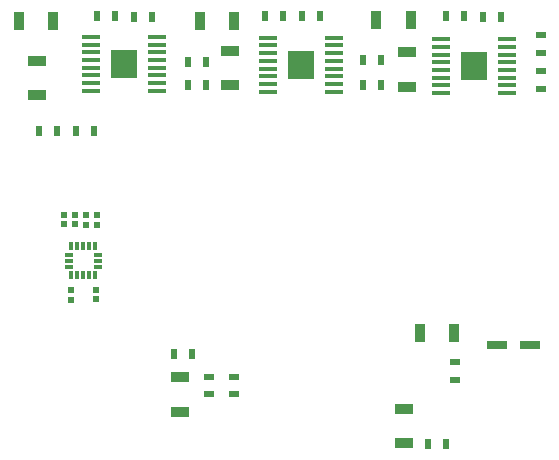
<source format=gtp>
G04 Layer_Color=8421504*
%FSLAX25Y25*%
%MOIN*%
G70*
G01*
G75*
%ADD10R,0.07087X0.02559*%
%ADD11R,0.02362X0.03543*%
%ADD12R,0.03543X0.02362*%
%ADD13R,0.06299X0.03543*%
%ADD14R,0.03543X0.06299*%
%ADD15R,0.06299X0.01378*%
%ADD16R,0.09094X0.09685*%
%ADD17R,0.02047X0.02205*%
%ADD18R,0.01181X0.03150*%
%ADD19R,0.03150X0.01181*%
%ADD20R,0.01968X0.02165*%
D10*
X274606Y375984D02*
D03*
X263583D02*
D03*
D11*
X246555Y343209D02*
D03*
X240650D02*
D03*
X219185Y471126D02*
D03*
X225091D02*
D03*
X225090Y462661D02*
D03*
X219185D02*
D03*
X160720Y470437D02*
D03*
X166626D02*
D03*
X166626Y462760D02*
D03*
X160721D02*
D03*
X258949Y485594D02*
D03*
X264854D02*
D03*
X198713Y485693D02*
D03*
X204618D02*
D03*
X142807Y485594D02*
D03*
X148713D02*
D03*
X123504Y447494D02*
D03*
X129410D02*
D03*
X117000D02*
D03*
X111095D02*
D03*
X252748Y485693D02*
D03*
X246843D02*
D03*
X192309D02*
D03*
X186403D02*
D03*
X136311D02*
D03*
X130406D02*
D03*
X162008Y373228D02*
D03*
X156103D02*
D03*
D12*
X278240Y473390D02*
D03*
Y479295D02*
D03*
X278240Y467287D02*
D03*
Y461382D02*
D03*
X167618Y365551D02*
D03*
Y359646D02*
D03*
X249705Y364567D02*
D03*
Y370472D02*
D03*
X176181Y365551D02*
D03*
Y359646D02*
D03*
D13*
X232579Y343307D02*
D03*
Y354724D02*
D03*
X158071Y365354D02*
D03*
Y353937D02*
D03*
X233555Y473685D02*
D03*
Y462268D02*
D03*
X174795Y462760D02*
D03*
Y474177D02*
D03*
X110425Y459413D02*
D03*
Y470831D02*
D03*
D14*
X249508Y380020D02*
D03*
X238091D02*
D03*
X223516Y484413D02*
D03*
X234933D02*
D03*
X176173Y484118D02*
D03*
X164756D02*
D03*
X104232Y484055D02*
D03*
X115650D02*
D03*
D15*
X267118Y460102D02*
D03*
Y462661D02*
D03*
Y465220D02*
D03*
Y467779D02*
D03*
Y470339D02*
D03*
Y472898D02*
D03*
Y475457D02*
D03*
Y478016D02*
D03*
X245071Y460102D02*
D03*
Y462661D02*
D03*
Y465220D02*
D03*
Y467779D02*
D03*
Y470339D02*
D03*
Y472898D02*
D03*
Y475457D02*
D03*
Y478016D02*
D03*
X187295Y478508D02*
D03*
Y475949D02*
D03*
Y473390D02*
D03*
Y470831D02*
D03*
Y468272D02*
D03*
Y465713D02*
D03*
Y463154D02*
D03*
Y460595D02*
D03*
X209343Y478508D02*
D03*
Y475949D02*
D03*
Y473390D02*
D03*
Y470831D02*
D03*
Y468272D02*
D03*
Y465713D02*
D03*
Y463154D02*
D03*
Y460595D02*
D03*
X150287Y460890D02*
D03*
Y463449D02*
D03*
Y466008D02*
D03*
Y468567D02*
D03*
Y471126D02*
D03*
Y473685D02*
D03*
Y476244D02*
D03*
Y478803D02*
D03*
X128240Y460890D02*
D03*
Y463449D02*
D03*
Y466008D02*
D03*
Y468567D02*
D03*
Y471126D02*
D03*
Y473685D02*
D03*
Y476244D02*
D03*
Y478803D02*
D03*
D16*
X256095Y469059D02*
D03*
X198319Y469551D02*
D03*
X139264Y469846D02*
D03*
D17*
X130307Y419350D02*
D03*
Y416280D02*
D03*
X126665Y419350D02*
D03*
Y416280D02*
D03*
X129921Y394547D02*
D03*
Y391476D02*
D03*
X121555Y391280D02*
D03*
Y394350D02*
D03*
D18*
X129717Y409169D02*
D03*
X127748D02*
D03*
X125779D02*
D03*
X123811D02*
D03*
X121843D02*
D03*
Y399327D02*
D03*
X123811D02*
D03*
X125779D02*
D03*
X127748D02*
D03*
X129717D02*
D03*
D19*
X120858Y406216D02*
D03*
Y404248D02*
D03*
Y402280D02*
D03*
X130701D02*
D03*
Y404248D02*
D03*
Y406216D02*
D03*
D20*
X123122Y416437D02*
D03*
Y419390D02*
D03*
X119480Y416437D02*
D03*
Y419390D02*
D03*
M02*

</source>
